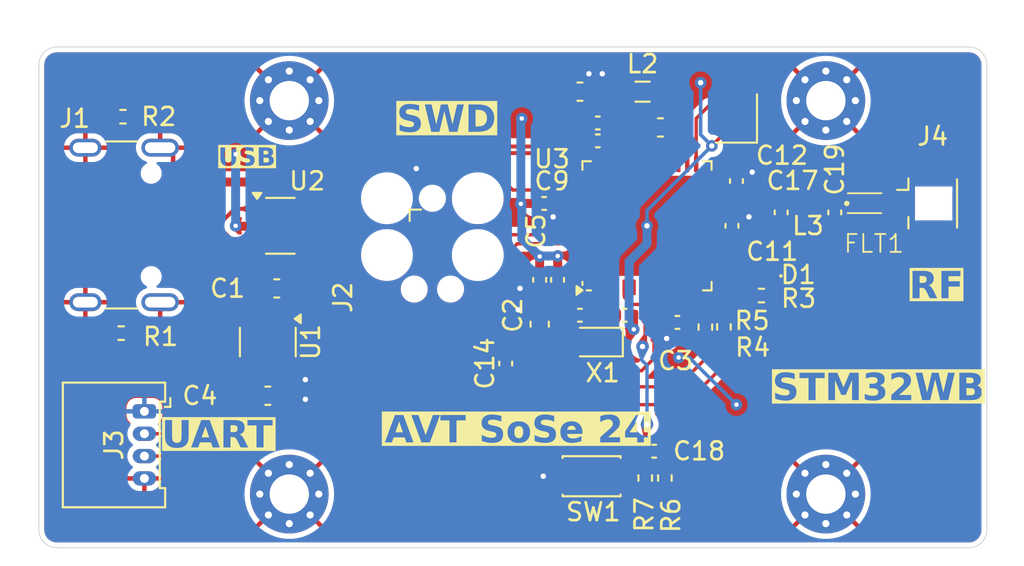
<source format=kicad_pcb>
(kicad_pcb (version 20240108) (generator "pcbnew") (generator_version "8.0")
  (layers (0 "F.Cu" signal) (31 "B.Cu" signal) (34 "B.Paste" user) (35 "F.Paste" user) (36 "B.SilkS" user "B.Silkscreen") (37 "F.SilkS" user "F.Silkscreen") (38 "B.Mask" user) (39 "F.Mask" user) (44 "Edge.Cuts" user))
  (net 0 "")
  (net 1 "+5V")
  (net 2 "GND")
  (net 3 "+3V3")
  (net 4 "/LSE_OUT")
  (net 5 "/SWD_NRST")
  (net 6 "/LSE_IN")
  (net 7 "/SMPSFB")
  (net 8 "/RF")
  (net 9 "/BOOT0")
  (net 10 "/RF_MATCH")
  (net 11 "/LED_A")
  (net 12 "/LED_K")
  (net 13 "/USBC_D+")
  (net 14 "/CC2")
  (net 16 "/USBC_D-")
  (net 17 "/CC1")
  (net 19 "/SWDIO")
  (net 20 "/UART_TXC")
  (net 21 "/UART_RXC")
  (net 22 "/RF_ANT")
  (net 23 "/SMPSLX")
  (net 24 "/SMPSLXL")
  (net 25 "/UART_TX")
  (net 26 "/UART_RX")
  (net 27 "Net-(R7-Pad2)")
  (net 29 "/USB_D+")
  (net 30 "/USB_D-")
  (net 43 "/HSE_OUT")
  (net 50 "/HSE_IN")
  (net 54 "/SWD_SWO")
  (net 55 "/SWDCLK")
  (footprint "LED_SMD:LED_0402_1005Metric" (layer "F.Cu") (at 76.4 72.8 180)
    (property "Reference" "D1")
    (property "Value" "LED")
  )
  (footprint "MountingHole:MountingHole_2.2mm_M2_Pad_Via" (layer "F.Cu") (at 50 85)
    (property "Reference" "H4" (hide yes))
    (property "Value" "MountingHole_Pad")
  )
  (footprint "MountingHole:MountingHole_2.2mm_M2_Pad_Via" (layer "F.Cu") (at 50 63)
    (property "Reference" "H1" (hide yes))
    (property "Value" "MountingHole_Pad")
  )
  (footprint "Capacitor_SMD:C_0603_1608Metric" (layer "F.Cu") (at 70.75 64.5)
    (property "Reference" "C16" (hide yes))
    (property "Value" "4u7")
  )
  (footprint "Crystal:Crystal_SMD_2016-4Pin_2.0x1.6mm" (layer "F.Cu") (at 75 64 90)
    (property "Reference" "X2" (hide yes))
    (property "Value" "32MHz")
  )
  (footprint "Capacitor_SMD:C_0402_1005Metric" (layer "F.Cu") (at 64 73.02 90)
    (property "Reference" "C5")
    (property "Value" "100n")
  )
  (footprint "Connector:Tag-Connect_TC2030-IDC-FP_2x03_P1.27mm_Vertical" (layer "F.Cu") (at 58 71 -90)
    (property "Reference" "J2")
    (property "Value" "Conn_ARM_SWD_TagConnect_TC2030")
  )
  (footprint "Capacitor_SMD:C_0402_1005Metric" (layer "F.Cu") (at 70.4 82.6)
    (property "Reference" "C18")
    (property "Value" "100n")
  )
  (footprint "Resistor_SMD:R_0402_1005Metric" (layer "F.Cu") (at 73.263353 75.663799 90)
    (property "Reference" "R4")
    (property "Value" "220R")
  )
  (footprint "Capacitor_SMD:C_0402_1005Metric" (layer "F.Cu") (at 74.75 70 -90)
    (property "Reference" "C11")
    (property "Value" "100n")
  )
  (footprint "Resistor_SMD:R_0402_1005Metric" (layer "F.Cu") (at 76.4 73.9)
    (property "Reference" "R3")
    (property "Value" "220R")
  )
  (footprint "Capacitor_SMD:C_0402_1005Metric" (layer "F.Cu") (at 68.75 75)
    (property "Reference" "C13" (hide yes))
    (property "Value" "10p")
  )
  (footprint "Resistor_SMD:R_0402_1005Metric" (layer "F.Cu") (at 71 84.1 -90)
    (property "Reference" "R6")
    (property "Value" "5k1")
  )
  (footprint "Capacitor_SMD:C_0402_1005Metric" (layer "F.Cu") (at 62.1 77.7 90)
    (property "Reference" "C14")
    (property "Value" "100n")
  )
  (footprint "Capacitor_SMD:C_0603_1608Metric" (layer "F.Cu") (at 66.25 62.5 180)
    (property "Reference" "C8" (hide yes))
    (property "Value" "4u7")
  )
  (footprint "Fiducial:Fiducial_1mm_Mask2mm" (layer "F.Cu") (at 85 85)
    (property "Reference" "FM3" (hide yes))
    (property "Value" "Fiducial")
  )
  (footprint "Resistor_SMD:R_0402_1005Metric" (layer "F.Cu") (at 40.6 76 180)
    (property "Reference" "R1")
    (property "Value" "5k1")
  )
  (footprint "Resistor_SMD:R_0402_1005Metric" (layer "F.Cu") (at 74.3 75.65 90)
    (property "Reference" "R5")
    (property "Value" "220R")
  )
  (footprint "Capacitor_SMD:C_0603_1608Metric" (layer "F.Cu") (at 64 75.5 -90)
    (property "Reference" "C2")
    (property "Value" "4u7")
  )
  (footprint "Capacitor_SMD:C_0402_1005Metric" (layer "F.Cu") (at 67.25 64.25 180)
    (property "Reference" "C7" (hide yes))
    (property "Value" "100n")
  )
  (footprint "Capacitor_SMD:C_0603_1608Metric" (layer "F.Cu") (at 49.3 73.5 180)
    (property "Reference" "C1")
    (property "Value" "4u7")
  )
  (footprint "MountingHole:MountingHole_2.2mm_M2_Pad_Via" (layer "F.Cu") (at 80 85)
    (property "Reference" "H3" (hide yes))
    (property "Value" "MountingHole_Pad")
  )
  (footprint "Connector_Coaxial:U.FL_Hirose_U.FL-R-SMT-1_Vertical" (layer "F.Cu") (at 85.5 68.75)
    (property "Reference" "J4")
    (property "Value" "Conn_Coaxial")
  )
  (footprint "Inductor_SMD:L_0805_2012Metric" (layer "F.Cu") (at 69.75 62.5)
    (property "Reference" "L2")
    (property "Value" "10u")
  )
  (footprint "Capacitor_SMD:C_0402_1005Metric" (layer "F.Cu") (at 66.25 75 180)
    (property "Reference" "C15" (hide yes))
    (property "Value" "10p")
  )
  (footprint "Inductor_SMD:L_0402_1005Metric" (layer "F.Cu") (at 68.75 64.5 90)
    (property "Reference" "L1" (hide yes))
    (property "Value" "10n")
  )
  (footprint "Capacitor_SMD:C_0402_1005Metric" (layer "F.Cu") (at 75 67.5 -90)
    (property "Reference" "C12")
    (property "Value" "100n")
  )
  (footprint "Connector_Molex:Molex_PicoBlade_53048-0410_1x04_P1.25mm_Horizontal" (layer "F.Cu") (at 41.9 80.375 -90)
    (property "Reference" "J3")
    (property "Value" "Conn_01x04")
  )
  (footprint "Capacitor_SMD:C_0402_1005Metric" (layer "F.Cu") (at 64.25 68.75 180)
    (property "Reference" "C9")
    (property "Value" "100n")
  )
  (footprint "Button_Switch_SMD:SW_SPST_CK_KXT3" (layer "F.Cu") (at 66.9 84 180)
    (property "Reference" "SW1")
    (property "Value" "SW_Push")
  )
  (footprint "Connector_USB:USB_C_Receptacle_GCT_USB4105-xx-A_16P_TopMnt_Horizontal" (layer "F.Cu") (at 39.6748 69.9516 -90)
    (property "Reference" "J1")
    (property "Value" "USB_C_Receptacle_USB2.0_16P")
  )
  (footprint "Resistor_SMD:R_0402_1005Metric" (layer "F.Cu") (at 69.9 84.1 -90)
    (property "Reference" "R7")
    (property "Value" "220R")
  )
  (footprint "Capacitor_SMD:C_0402_1005Metric" (layer "F.Cu") (at 65 73.02 90)
    (property "Reference" "C6" (hide yes))
    (property "Value" "100n")
  )
  (footprint "Resistor_SMD:R_0402_1005Metric" (layer "F.Cu") (at 40.7 63.9 180)
    (property "Reference" "R2")
    (property "Value" "5k1")
  )
  (footprint "Package_TO_SOT_SMD:SOT-23-6" (layer "F.Cu") (at 49.5 70)
    (property "Reference" "U2")
    (property "Value" "USBLC6-2SC6")
  )
  (footprint "BluephilDemo_footprint_lib:DLF162500LT" (layer "F.Cu") (at 82.25 68.75)
    (property "Reference" "FLT1")
    (property "Value" "DLF162500LT")
  )
  (footprint "Capacitor_SMD:C_0402_1005Metric" (layer "F.Cu") (at 67.25 65.25 180)
    (property "Reference" "C10" (hide yes))
    (property "Value" "100n")
  )
  (footprint "Fiducial:Fiducial_1mm_Mask2mm" (layer "F.Cu") (at 39 62)
    (property "Reference" "FM1" (hide yes))
    (property "Value" "Fiducial")
  )
  (footprint "Capacitor_SMD:C_0402_1005Metric" (layer "F.Cu") (at 77.5 69.25 -90)
    (property "Reference" "C17")
    (property "Value" "0p8")
  )
  (footprint "Capacitor_SMD:C_0402_1005Metric" (layer "F.Cu") (at 80.5 69.25 -90)
    (property "Reference" "C19")
    (property "Value" "0p3")
  )
  (footprint "Inductor_SMD:L_0402_1005Metric" (layer "F.Cu") (at 79 68.75)
    (property "Reference" "L3")
    (property "Value" "2n7")
  )
  (footprint "MountingHole:MountingHole_2.2mm_M2_Pad_Via" (layer "F.Cu") (at 80 63)
    (property "Reference" "H2" (hide yes))
    (property "Value" "MountingHole_Pad")
  )
  (footprint "Fiducial:Fiducial_1mm_Mask2mm" (layer "F.Cu") (at 85 63)
    (property "Reference" "FM2" (hide yes))
    (property "Value" "Fiducial")
  )
  (footprint "Capacitor_SMD:C_0603_1608Metric" (layer "F.Cu") (at 48.8 79.5 180)
    (property "Reference" "C4")
    (property "Value" "4u7")
  )
  (footprint "Package_DFN_QFN:QFN-48-1EP_7x7mm_P0.5mm_EP5.6x5.6mm" (layer "F.Cu") (at 70 70 90)
    (property "Reference" "U3")
    (property "Value" "STM32WB55CEU6")
  )
  (footprint "Capacitor_SMD:C_0402_1005Metric" (layer "F.Cu") (at 71.7 75.4)
    (property "Reference" "C3")
    (property "Value" "100n")
  )
  (footprint "Crystal:Crystal_SMD_2012-2Pin_2.0x1.2mm" (layer "F.Cu") (at 67.45 76.5 180)
    (property "Reference" "X1")
    (property "Value" "32kHz768")
  )
  (footprint "Package_TO_SOT_SMD:SOT-23-5" (layer "F.Cu") (at 48.8 76.5 -90)
    (property "Reference" "U1")
    (property "Value" "MIC5365-3.3YD5")
  )
  (gr_line (start 36 87) (end 36 61) (stroke (width 0.05)) (layer "Edge.Cuts"))
  (gr_arc (start 89 87) (mid 88.707107 87.707107) (end 88 88) (stroke (width 0.05)) (layer "Edge.Cuts"))
  (gr_line (start 89 82) (end 89 87) (stroke (width 0.05)) (layer "Edge.Cuts"))
  (gr_line (start 70 60) (end 88 60) (stroke (width 0.05)) (layer "Edge.Cuts"))
  (gr_line (start 89 61) (end 89 82) (stroke (width 0.05)) (layer "Edge.Cuts"))
  (gr_arc (start 37 88) (mid 36.292893 87.707107) (end 36 87) (stroke (width 0.05)) (layer "Edge.Cuts"))
  (gr_line (start 88 88) (end 37 88) (stroke (width 0.05)) (layer "Edge.Cuts"))
  (gr_arc (start 36 61) (mid 36.292893 60.292893) (end 37 60) (stroke (width 0.05)) (layer "Edge.Cuts"))
  (gr_arc (start 88 60) (mid 88.707107 60.292893) (end 89 61) (stroke (width 0.05)) (layer "Edge.Cuts"))
  (gr_line (start 37 60) (end 70 60) (stroke (width 0.05)) (layer "Edge.Cuts"))
  (gr_text "AVT SoSe 24" (at 55.330914 82.364893 0) (layer "F.SilkS" knockout) (effects (font (size 1.5 1.5) (thickness 0.3) (bold yes)) (justify left bottom)))
  (gr_text "SWD" (at 56 65 0) (layer "F.SilkS" knockout) (effects (font (size 1.5 1.5) (thickness 0.3) (bold yes)) (justify left bottom)))
  (gr_text "RF" (at 84.653345 74.303322 0) (layer "F.SilkS" knockout) (effects (font (size 1.5 1.5) (thickness 0.3) (bold yes)) (justify left bottom)))
  (gr_text "STM32WB" (at 77 80 0) (layer "F.SilkS" knockout) (effects (font (size 1.5 1.5) (thickness 0.3) (bold yes)) (justify left bottom)))
  (gr_text "USB" (at 46.023239 66.808674 0) (layer "F.SilkS" knockout) (effects (font (size 1 1) (thickness 0.25) (bold yes)) (justify left bottom)))
  (gr_text "UART" (at 42.861333 82.645882 0) (layer "F.SilkS" knockout) (effects (font (size 1.5 1.5) (thickness 0.3) (bold yes)) (justify left bottom)))
  (segment (start 49.7516 72.3516) (end 50.075 72.675) (width 0.5) (layer "F.Cu") (net 1))
  (segment (start 50.075 73.5) (end 50.075 74.125) (width 0.5) (layer "F.Cu") (net 1))
  (segment (start 49.5 72.3516) (end 49.7516 72.3516) (width 0.5) (layer "F.Cu") (net 1))
  (segment (start 49.0516 67.5516) (end 49.5 68) (width 0.5) (layer "F.Cu") (net 1))
  (segment (start 47.85 75.3625) (end 47.85 74.65) (width 0.2) (layer "F.Cu") (net 1))
  (segment (start 49.5 70) (end 50.6375 70) (width 0.5) (layer "F.Cu") (net 1))
  (segment (start 49.5 68) (end 49.5 70) (width 0.5) (layer "F.Cu") (net 1))
  (segment (start 50.075 72.675) (end 50.075 73.5) (width 0.5) (layer "F.Cu") (net 1))
  (segment (start 43.3548 67.5516) (end 49.0516 67.5516) (width 0.5) (layer "F.Cu") (net 1))
  (segment (start 48.1 74.4) (end 49.7 74.4) (width 0.2) (layer "F.Cu") (net 1))
  (segment (start 43.3548 72.3516) (end 49.5 72.3516) (width 0.5) (layer "F.Cu") (net 1))
  (segment (start 49.75 74.45) (end 49.75 75.3625) (width 0.5) (layer "F.Cu") (net 1))
  (segment (start 47.85 74.65) (end 48.1 74.4) (width 0.2) (layer "F.Cu") (net 1))
  (segment (start 50.075 74.125) (end 49.75 74.45) (width 0.5) (layer "F.Cu") (net 1))
  (segment (start 49.5 70) (end 49.5 72.3516) (width 0.5) (layer "F.Cu") (net 1))
  (segment (start 49.7 74.4) (end 49.75 74.45) (width 0.2) (layer "F.Cu") (net 1))
  (segment (start 82.25 68.5225) (end 82.25 67.441516) (width 0.45) (layer "F.Cu") (net 2))
  (segment (start 69.25 75.779821) (end 69.25 75.1175) (width 0.5) (layer "F.Cu") (net 2))
  (segment (start 65.9425 65.25) (end 66.7075 65.25) (width 0.5) (layer "F.Cu") (net 2))
  (segment (start 82.25 69.988323) (end 82.255438 69.993761) (width 0.45) (layer "F.Cu") (net 2))
  (segment (start 48.525 73.5) (end 47.5 73.5) (width 0.6) (layer "F.Cu") (net 2))
  (segment (start 47.3 70.025) (end 48.04 70.025) (width 0.5) (layer "F.Cu") (net 2))
  (segment (start 65.010015 71.686546) (end 65 72.5075) (width 0.5) (layer "F.Cu") (net 2))
  (segment (start 72.422285 62.577715) (end 72.422285 63.602715) (width 0.2) (layer "F.Cu") (net 2))
  (segment (start 77.5 70.5325) (end 77.5 69.7675) (width 0.5) (layer "F.Cu") (net 2))
  (segment (start 74.45 64.7) (end 74.45 64.703676) (width 0.2) (layer "F.Cu") (net 2))
  (segment (start 58 72.905) (end 58 73.2) (width 0.19) (layer "F.Cu") (net 2))
  (segment (start 69.25 75.802241) (end 69.26121 75.791031) (width 0.5) (layer "F.Cu") (net 2))
  (segment (start 70.875 81.825) (end 70.875 82.59) (width 0.5) (layer "F.Cu") (net 2))
  (segment (start 69.25 66.5625) (end 69.25 69.25) (width 0.25) (layer "F.Cu") (net 2))
  (segment (start 63.019691 68.75) (end 63.77 68.75) (width 0.5) (layer "F.Cu") (net 2))
  (segment (start 47.25 70.025) (end 47 70) (width 0.5) (layer "F.Cu") (net 2))
  (segment (start 44.1516 73.1516) (end 45 74) (width 0.25) (layer "F.Cu") (net 2))
  (segment (start 75.0675 73.9) (end 75.8325 73.9) (width 0.5) (layer "F.Cu") (net 2))
  (segment (start 48.025 79.5) (end 47 79.5) (width 0.6) (layer "F.Cu") (net 2))
  (segment (start 63 68.75) (end 62.980309 68.75) (width 0.5) (layer "F.Cu") (net 2))
  (segment (start 64 71.775) (end 63.999999 71.712667) (width 0.5) (layer "F.Cu") (net 2))
  (segment (start 74.27 68.25) (end 74.54 67.98) (width 0.25) (layer "F.Cu") (net 2))
  (segment (start 80.5 70.5325) (end 80.5 69.7675) (width 0.5) (layer "F.Cu") (net 2))
  (segment (start 44.2484 66.7516) (end 45 66) (width 0.25) (layer "F.Cu") (net 2))
  (segment (start 39.325 76) (end 40.09 76) (width 0.5) (layer "F.Cu") (net 2))
  (segment (start 73 62) (end 72.422285 62.577715) (width 0.2) (layer "F.Cu") (net 2))
  (segment (start 69.25 75.8825) (end 69.25 75.802241) (width 0.5) (layer "F.Cu") (net 2))
  (segment (start 72.2 76.2) (end 72.2 75.435) (width 0.5) (layer "F.Cu") (net 2))
  (segment (start 75.6325 70.475) (end 74.8675 70.475) (width 0.5) (layer "F.Cu") (net 2))
  (segment (start 48.8 76.6) (end 48.8 75.3625) (width 0.6) (layer "F.Cu") (net 2))
  (segment (start 73.4375 68.25) (end 74.27 68.25) (width 0.25) (layer "F.Cu") (net 2))
  (segment (start 47 70) (end 47.3 70.025) (width 0.5) (layer "F.Cu") (net 2))
  (segment (start 69.25 69.25) (end 70 70) (width 0.25) (layer "F.Cu") (net 2))
  (segment (start 75.8575 68) (end 75.0925 68) (width 0.5) (layer "F.Cu") (net 2))
  (segment (start 74.45 64.703676) (end 73.623856 65.52982) (width 0.2) (layer "F.Cu") (net 2))
  (segment (start 47.275 70.025) (end 47.25 70.025) (width 0.5) (layer "F.Cu") (net 2))
  (segment (start 69.26121 75.791031) (end 69.25 75.779821) (width 0.5) (layer "F.Cu") (net 2))
  (segment (start 72.422285 63.602715) (end 71.525 64.5) (width 0.2) (layer "F.Cu") (net 2))
  (segment (start 39.425 63.9) (end 40.19 63.9) (width 0.5) (layer "F.Cu") (net 2))
  (segment (start 63.999999 71.712667) (end 64 72.54) (width 0.5) (layer "F.Cu") (net 2))
  (segment (start 65.75 75.8825) (end 65.75 75.1175) (width 0.5) (layer "F.Cu") (net 2))
  (segment (start 65 71.7425) (end 65.010015 71.686546) (width 0.5) (layer "F.Cu") (net 2))
  (segment (start 58 73.2) (end 58 74.9) (width 0.19) (layer "F.Cu") (net 2))
  (segment (start 65.9425 64.25) (end 66.7075 64.25) (width 0.5) (layer "F.Cu") (net 2))
  (segment (start 62.1 76.4) (end 62.1 77.165) (width 0.5) (layer "F.Cu") (net 2))
  (segment (start 82.25 68.9775) (end 82.25 69.988323) (width 0.45) (layer "F.Cu") (net 2))
  (segment (start 43.3548 73.1516) (end 44.1516 73.1516) (width 0.25) (layer "F.Cu") (net 2))
  (segment (start 62.946449 68.769691) (end 63.019691 68.75) (width 0.5) (layer "F.Cu") (net 2))
  (segment (start 62.980309 68.75) (end 62.946449 68.769691) (width 0.5) (layer "F.Cu") (net 2))
  (segment (start 74.54 67.98) (end 75 67.98) (width 0.25) (layer "F.Cu") (net 2))
  (segment (start 82.25 67.441516) (end 82.248182 67.439698) (width 0.5) (layer "F.Cu") (net 2))
  (segment (start 43.3548 66.7516) (end 44.2484 66.7516) (width 0.25) (layer "F.Cu") (net 2))
  (segment (start 57.365 72.27) (end 58 72.905) (width 0.19) (layer "F.Cu") (net 2))
  (via (at 47 66) (size 0.65) (drill 0.25) (layers "F.Cu" "B.Cu") (net 2))
  (via (at 63.999999 71.712667) (size 0.65) (drill 0.25) (layers "F.Cu" "B.Cu") (net 2))
  (via (at 62.946449 68.769691) (size 0.65) (drill 0.25) (layers "F.Cu" "B.Cu") (net 2))
  (via (at 75 80) (size 0.65) (drill 0.25) (layers "F.Cu" "B.Cu") (net 2))
  (via (at 65.010015 71.686546) (size 0.65) (drill 0.25) (layers "F.Cu" "B.Cu") (net 2))
  (via (at 70 70) (size 0.65) (drill 0.3) (layers "F.Cu" "B.Cu") (net 2))
  (via (at 73.623856 65.52982) (size 0.65) (drill 0.3) (layers "F.Cu" "B.Cu") (net 2))
  (via (at 63 64) (size 0.65) (drill 0.25) (layers "F.Cu" "B.Cu") (net 2))
  (via (at 69.26121 75.791031) (size 0.65) (drill 0.25) (layers "F.Cu" "B.Cu") (net 2))
  (via (at 71.767333 77.361098) (size 0.65) (drill 0.25) (layers "F.Cu" "B.Cu") (net 2))
  (via (at 73 62) (size 0.65) (drill 0.3) (layers "F.Cu" "B.Cu") (net 2))
  (via (at 47 70) (size 0.65) (drill 0.25) (layers "F.Cu" "B.Cu") (net 2))
  (segment (start 69.26121 75.791031) (end 69 75.529821) (width 0.5) (layer "B.Cu") (net 2))
  (segment (start 63 68.823242) (end 62.946449 68.769691) (width 0.5) (layer "B.Cu") (net 2))
  (segment (start 73.623856 65.52982) (end 73 64.905964) (width 0.2) (layer "B.Cu") (net 2))
  (segment (start 69 72) (end 70 71) (width 0.5) (layer "B.Cu") (net 2))
  (segment (start 62.946449 64.053551) (end 63 64) (width 0.5) (layer "B.Cu") (net 2))
  (segment (start 63.999999 71.712667) (end 63 70.712668) (width 0.5) (layer "B.Cu") (net 2))
  (segment (start 75 80) (end 72.361098 77.361098) (width 0.2) (layer "B.Cu") (net 2))
  (segment (start 64.02612 71.686546) (end 63.999999 71.712667) (width 0.5) (layer "B.Cu") (net 2))
  (segment (start 73 64.905964) (end 73 62) (width 0.2) (layer "B.Cu") (net 2))
  (segment (start 65.010015 71.686546) (end 64.02612 71.686546) (width 0.5) (layer "B.Cu") (net 2))
  (segment (start 62.946449 68.769691) (end 62.946449 64.053551) (width 0.5) (layer "B.Cu") (net 2))
  (segment (start 63 70.712668) (end 63 68.823242) (width 0.5) (layer "B.Cu") (net 2))
  (segment (start 70 69.153676) (end 70 70) (width 0.2) (layer "B.Cu") (net 2))
  (segment (start 72.361098 77.361098) (end 71.767333 77.361098) (width 0.2) (layer "B.Cu") (net 2))
  (segment (start 47 70) (end 47 66) (width 0.5) (layer "B.Cu") (net 2))
  (segment (start 70 71) (end 70 70) (width 0.5) (layer "B.Cu") (net 2))
  (segment (start 69 75.529821) (end 69 72) (width 0.5) (layer "B.Cu") (net 2))
  (segment (start 73.623856 65.52982) (end 70 69.153676) (width 0.2) (layer "B.Cu") (net 2))
  (segment (start 70.75 74.15) (end 70.8 74.2) (width 0.25) (layer "F.Cu") (net 3))
  (segment (start 67.73 63.83) (end 67.025 63.125) (width 0.5) (layer "F.Cu") (net 3))
  (segment (start 73.4375 67.75) (end 74.133604 67.75) (width 0.25) (layer "F.Cu") (net 3))
  (segment (start 66.5625 68.75) (end 65.722389 68.75) (width 0.25) (layer "F.Cu") (net 3))
  (segment (start 57.1 69.465) (end 57.365 69.73) (width 0.19) (layer "F.Cu") (net 3))
  (segment (start 70.8 74.2) (end 71.22 74.62) (width 0.3) (layer "F.Cu") (net 3))
  (segment (start 67.73 65.25) (end 67.73 64.25) (width 0.5) (layer "F.Cu") (net 3))
  (segment (start 70.75 73.4375) (end 70.75 74.15) (width 0.25) (layer "F.Cu") (net 3))
  (segment (start 67.746319 65.794021) (end 67.73 65.777702) (width 0.5) (layer "F.Cu") (net 3))
  (segment (start 75.68 69.52) (end 75.7 69.5) (width 0.25) (layer "F.Cu") (net 3))
  (segment (start 64.75 69.5) (end 64.75 68.735) (width 0.5) (layer "F.Cu") (net 3))
  (segment (start 67.025 63.125) (end 67.025 62.5) (width 0.5) (layer "F.Cu") (net 3))
  (segment (start 67.73 64.25) (end 67.73 63.83) (width 0.5) (layer "F.Cu") (net 3))
  (segment (start 64.2 84) (end 65.275 84) (width 0.5) (layer "F.Cu") (net 3))
  (segment (start 74.75 69.52) (end 75.68 69.52) (width 0.25) (layer "F.Cu") (net 3))
  (segment (start 67.75 66.5625) (end 67.75 65.797702) (width 0.25) (layer "F.Cu") (net 3))
  (segment (start 65.717791 68.75) (end 64.73 68.75) (width 0.3) (layer "F.Cu") (net 3))
  (segment (start 71.22 76.18) (end 71.1 76.3) (width 0.5) (layer "F.Cu") (net 3))
  (segment (start 71.22 75.4) (end 71.22 76.18) (width 0.5) (layer "F.Cu") (net 3))
  (segment (start 75.8825 67) (end 75.1175 67) (width 0.5) (layer "F.Cu") (net 3))
  (segment (start 65.722389 68.75) (end 65.72009 68.747701) (width 0.25) (layer "F.Cu") (net 3))
  (segment (start 62.825 74.725) (end 62.8 74.7) (width 0.5) (layer "F.Cu") (net 3))
  (segment (start 67.73 65.777702) (end 67.73 65.25) (width 0.5) (layer "F.Cu") (net 3))
  (segment (start 73.4375 69.25) (end 74.05 69.25) (width 0.25) (layer "F.Cu") (net 3))
  (segment (start 74.133604 67.75) (end 74.863604 67.02) (width 0.25) (layer "F.Cu") (net 3))
  (segment (start 71.22 74.62) (end 71.22 75.4) (width 0.3) (layer "F.Cu") (net 3))
  (segment (start 74.05 69.25) (end 74.32 69.52) (width 0.25) (layer "F.Cu") (net 3))
  (segment (start 57.1 66.8) (end 57.1 69.465) (width 0.19) (layer "F.Cu") (net 3))
  (segment (start 65.72009 68.747701) (end 65.717791 68.75) (width 0.3) (layer "F.Cu") (net 3))
  (segment (start 68.25 66.5625) (end 67.75 66.5625) (width 0.25) (layer "F.Cu") (net 3))
  (segment (start 74.863604 67.02) (end 75 67.02) (width 0.25) (layer "F.Cu") (net 3))
  (segment (start 67.75 65.797702) (end 67.746319 65.794021) (width 0.25) (layer "F.Cu") (net 3))
  (segment (start 74.32 69.52) (end 74.75 69.52) (width 0.25) (layer "F.Cu") (net 3))
  (via (at 75.7 69.5) (size 0.7) (drill 0.3) (layers "F.Cu" "B.Cu") (net 3))
  (via (at 67.5 61.5) (size 0.7) (drill 0.3) (layers "F.Cu" "B.Cu") (net 3))
  (via (at 50.9 78.6) (size 0.7) (drill 0.3) (layers "F.Cu" "B.Cu") (net 3))
  (via (at 50.9 79.7) (size 0.7) (drill 0.3) (layers "F.Cu" "B.Cu") (net 3))
  (via (at 66.75 61.5) (size 0.7) (drill 0.3) (layers "F.Cu" "B.Cu") (net 3))
  (via (at 62.9 73.5) (size 0.7) (drill 0.3) (layers "F.Cu" "B.Cu") (net 3))
  (via (at 75.8825 67) (size 0.7) (drill 0.3) (layers "F.Cu" "B.Cu") (net 3))
  (via (at 64.75 69.5) (size 0.7) (drill 0.3) (layers "F.Cu" "B.Cu") (net 3))
  (via (at 64.2 84) (size 0.7) (drill 0.3) (layers "F.Cu" "B.Cu") (net 3))
  (via (at 57.1 66.8) (size 0.7) (drill 0.3) (layers "F.Cu" "B.Cu") (net 3))
  (via (at 62.8 74.7) (size 0.7) (drill 0.3) (layers "F.Cu" "B.Cu") (net 3))
  (via (at 71.1 76.3) (size 0.7) (drill 0.3) (layers "F.Cu" "B.Cu") (net 3))
  (segment (start 68.27 76.38) (end 68.15 76.5) (width 0.19) (layer "F.Cu") (net 4))
  (segment (start 68.27 75) (end 68.27 76.38) (width 0.19) (layer "F.Cu") (net 4))
  (segment (start 68.25 73.4375) (end 68.25 74.98) (width 0.19) (layer "F.Cu") (net 4))
  (segment (start 68.25 74.98) (end 68.27 75) (width 0.19) (layer "F.Cu") (net 4))
  (segment (start 70.3 74.248456) (end 70.3 76.387832) (width 0.19) (layer "F.Cu") (net 5))
  (segment (start 54.600228 70.039597) (end 56.404597 70.039597) (width 0.19) (layer "F.Cu") (net 5))
  (segment (start 62.1 78.18) (end 54.48 78.18) (width 0.19) (layer "F.Cu") (net 5))
  (segment (start 70.25 74.198456) (end 70.3 74.248456) (width 0.19) (layer "F.Cu") (net 5))
  (segment (start 56.404597 70.039597) (end 57.365 71) (width 0.19) (layer "F.Cu") (net 5))
  (segment (start 70.25 73.4375) (end 70.25 74.198456) (width 0.19) (layer "F.Cu") (net 5))
  (segment (start 70.3 76.387832) (end 70.395 76.482832) (width 0.19) (layer "F.Cu") (net 5))
  (segment (start 53.4 77.1) (end 53.4 71.239825) (width 0.19) (layer "F.Cu") (net 5))
  (segment (start 70.395 77.405) (end 69.7 78.1) (width 0.19) (layer "F.Cu") (net 5))
  (segment (start 70.395 76.482832) (end 70.395 77.405) (width 0.19) (layer "F.Cu") (net 5))
  (segment (start 69.7 78.1) (end 62.18 78.1) (width 0.19) (layer "F.Cu") (net 5))
  (segment (start 62.18 78.1) (end 62.1 78.18) (width 0.19) (layer "F.Cu") (net 5))
  (segment (start 54.48 78.18) (end 53.4 77.1) (width 0.19) (layer "F.Cu") (net 5))
  (segment (start 53.4 71.239825) (end 54.600228 70.039597) (width 0.19) (layer "F.Cu") (net 5))
  (segment (start 67.75 74.5) (end 67.75 73.4375) (width 0.19) (layer "F.Cu") (net 6))
  (segment (start 66.73 75) (end 67.25 75) (width 0.19) (layer "F.Cu") (net 6))
  (segment (start 66.75 76.5) (end 66.75 75.02) (width 0.19) (layer "F.Cu") (net 6))
  (segment (start 66.75 75.02) (end 66.73 75) (width 0.19) (layer "F.Cu") (net 6))
  (segment (start 67.25 75) (end 67.75 74.5) (width 0.19) (layer "F.Cu") (net 6))
  (segment (start 73.4375 68.75) (end 77.48 68.75) (width 0.19) (layer "F.Cu") (net 8))
  (segment (start 77.48 68.75) (end 77.5 68.77) (width 0.19) (layer "F.Cu") (net 8))
  (segment (start 78.495 68.77) (end 78.515 68.75) (width 0.19) (layer "F.Cu") (net 8))
  (segment (start 77.5 68.77) (end 78.495 68.77) (width 0.19) (layer "F.Cu") (net 8))
  (segment (start 68.75 74) (end 68.75 73.4375) (width 0.19) (layer "F.Cu") (net 9))
  (segment (start 69.9 83.59) (end 69.9 82.62) (width 0.19) (layer "F.Cu") (net 9))
  (segment (start 69.9 82.58) (end 69.92 82.6) (width 0.19) (layer "F.Cu") (net 9))
  (segment (start 69.805 74.605) (end 69.595 74.395) (width 0.19) (layer "F.Cu") (net 9))
  (segment (start 69.895 75.444064) (end 69.805 75.354064) (width 0.19) (layer "F.Cu") (net 9))
  (segment (start 69.895 76.605) (end 69.895 75.444064) (width 0.19) (layer "F.Cu") (net 9))
  (segment (start 69.75 76.75) (end 69.895 76.605) (width 0.19) (layer "F.Cu") (net 9))
  (segment (start 69.805 75.354064) (end 69.805 74.605) (width 0.19) (layer "F.Cu") (net 9))
  (segment (start 69.9 82.62) (end 69.92 82.6) (width 0.19) (layer "F.Cu") (net 9))
  (segment (start 69.9 81.1) (end 69.9 82.58) (width 0.19) (layer "F.Cu") (net 9))
  (segment (start 69.145 74.395) (end 68.75 74) (width 0.19) (layer "F.Cu") (net 9))
  (segment (start 69.595 74.395) (end 69.145 74.395) (width 0.19) (layer "F.Cu") (net 9))
  (segment (start 69.9 83.59) (end 71 83.59) (width 0.19) (layer "F.Cu") (net 9))
  (via (at 70 81.1) (size 0.7) (drill 0.3) (layers "F.Cu" "B.Cu") (net 9))
  (via (at 69.75 76.75) (size 0.7) (drill 0.3) (layers "F.Cu" "B.Cu") (net 9))
  (segment (start 70 77.8) (end 70 81.1) (width 0.19) (layer "B.Cu") (net 9))
  (segment (start 69.7 77.5) (end 70 77.8) (width 0.19) (layer "B.Cu") (net 9))
  (segment (start 69.7 76.8) (end 69.7 77.5) (width 0.19) (layer "B.Cu") (net 9))
  (segment (start 69.75 76.75) (end 69.7 76.8) (width 0.19) (layer "B.Cu") (net 9))
  (segment (start 79.485 68.75) (end 80.48 68.75) (width 0.19) (layer "F.Cu") (net 10))
  (segment (start 80.48 68.75) (end 80.5 68.77) (width 0.19) (layer "F.Cu") (net 10))
  (segment (start 80.5 68.77) (end 81.6175 68.77) (width 0.19) (layer "F.Cu") (net 10))
  (segment (start 81.6175 68.77) (end 81.6375 68.75) (width 0.19) (layer "F.Cu") (net 10))
  (segment (start 74.45 71.25) (end 74.8 71.6) (width 0.19) (layer "F.Cu") (net 11))
  (segment (start 74.8 72.4) (end 75.2 72.8) (width 0.19) (layer "F.Cu") (net 11))
  (segment (start 73.4375 71.25) (end 74.45 71.25) (width 0.19) (layer "F.Cu") (net 11))
  (segment (start 75.2 72.8) (end 75.915 72.8) (width 0.19) (layer "F.Cu") (net 11))
  (segment (start 74.8 71.6) (end 74.8 72.4) (width 0.19) (layer "F.Cu") (net 11))
  (segment (start 76.91 73.9) (end 76.91 72.825) (width 0.19) (layer "F.Cu") (net 12))
  (segment (start 76.91 72.825) (end 76.885 72.8) (width 0.19) (layer "F.Cu") (net 12))
  (segment (start 48.3625 70.95) (end 46.95 70.95) (width 0.22) (layer "F.Cu") (net 13))
  (segment (start 46.185 70.185) (end 44.685 70.185) (width 0.22) (layer "F.Cu") (net 13))
  (segment (start 43.3548 70.7016) (end 44.1684 70.7016) (width 0.22) (layer "F.Cu") (net 13))
  (segment (start 44.685 70.185) (end 44.2016 69.7016) (width 0.22) (layer "F.Cu") (net 13))
  (segment (start 46.95 70.95) (end 46.185 70.185) (width 0.22) (layer "F.Cu") (net 13))
  (segment (start 44.2016 69.7016) (end 43.3548 69.7016) (width 0.22) (layer "F.Cu") (net 13))
  (segment (start 44.1684 70.7016) (end 44.685 70.185) (width 0.22) (layer "F.Cu") (net 13))
  (segment (start 43.3548 71.7016) (end 41.7984 71.7016) (width 0.19) (layer "F.Cu") (net 14))
  (segment (start 41.11 72.39) (end 41.11 76) (width 0.19) (layer "F.Cu") (net 14))
  (segment (start 41.7984 71.7016) (end 41.11 72.39) (width 0.19) (layer "F.Cu") (net 14))
  (segment (start 42.2 70) (end 42.2 69.4) (width 0.22) (layer "F.Cu") (net 16))
  (segment (start 42.4016 70.2016) (end 42.2 70) (width 0.22) (layer "F.Cu") (net 16))
  (segment (start 46.95 69.05) (end 46.185 69.815) (width 0.22) (layer "F.Cu") (net 16))
  (segment (start 44.4516 69.2016) (end 43.3548 69.2016) (width 0.22) (layer "F.Cu") (net 16))
  (segment (start 46.185 69.815) (end 45.065 69.815) (width 0.22) (layer "F.Cu") (net 16))
  (segment (start 48.3625 69.05) (end 46.95 69.05) (width 0.22) (layer "F.Cu") (net 16))
  (segment (start 42.2 69.4) (end 42.3984 69.2016) (width 0.22) (layer "F.Cu") (net 16))
  (segment (start 45.065 69.815) (end 44.4516 69.2016) (width 0.22) (layer "F.Cu") (net 16))
  (segment (start 43.3548 70.2016) (end 42.4016 70.2016) (width 0.22) (layer "F.Cu") (net 16))
  (segment (start 42.3984 69.2016) (end 43.3548 69.2016) (width 0.22) (layer "F.Cu") (net 16))
  (segment (start 42.0016 68.7016) (end 41.2 67.9) (width 0.19) (layer "F.Cu") (net 17))
  (segment (start 43.3548 68.7016) (end 42.0016 68.7016) (width 0.19) (layer "F.Cu") (net 17))
  (segment (start 41.2 67.9) (end 41.21 67.89) (width 0.19) (layer "F.Cu") (net 17))
  (segment (start 41.21 67.89) (end 41.21 63.9) (width 0.19) (layer "F.Cu") (net 17))
  (segment (start 66.5625 69.25) (end 65.912168 69.25) (width 0.19) (layer "F.Cu") (net 19))
  (segment (start 59.63255 70.00245) (end 58.635 71) (width 0.19) (layer "F.Cu") (net 19))
  (segment (start 65.912168 69.25) (end 64.662168 70.5) (width 0.19) (layer "F.Cu") (net 19))
  (segment (start 64.662168 70.5) (end 62.2451 70.5) (width 0.19) (layer "F.Cu") (net 19))
  (segment (start 62.2451 70.5) (end 61.74755 70.00245) (width 0.19) (layer "F.Cu") (net 19))
  (segment (start 61.74755 70.00245) (end 59.63255 70.00245) (width 0.19) (layer "F.Cu") (net 19))
  (segment (start 43.375 81.625) (end 44.2 80.8) (width 0.19) (layer "F.Cu") (net 20))
  (segment (start 54.1 79) (end 71.7 79) (width 0.19) (layer "F.Cu") (net 20))
  (segment (start 73.263353 77.436647) (end 73.263353 76.173799) (width 0.19) (layer "F.Cu") (net 20))
  (segment (start 71.7 79) (end 73.263353 77.436647) (width 0.19) (layer "F.Cu") (net 20))
  (segment (start 52.3 80.8) (end 54.1 79) (width 0.19) (layer "F.Cu") (net 20))
  (segment (start 41.9 81.625) (end 43.375 81.625) (width 0.19) (layer "F.Cu") (net 20))
  (segment (start 44.2 80.8) (end 52.3 80.8) (width 0.19) (layer "F.Cu") (net 20))
  (segment (start 54.7 80) (end 72.1 80) (width 0.19) (layer "F.Cu") (net 21))
  (segment (start 52.9 81.8) (end 54.7 80) (width 0.19) (layer "F.Cu") (net 21))
  (segment (start 72.1 80) (end 74.3 77.8) (width 0.19) (layer "F.Cu") (net 21))
  (segment (start 43.725 82.875) (end 44.8 81.8) (width 0.19) (layer "F.Cu") (net 21))
  (segment (start 74.3 77.8) (end 74.3 76.16) (width 0.19) (layer "F.Cu") (net 21))
  (segment (start 41.9 82.875) (end 43.725 82.875) (width 0.19) (layer "F.Cu") (net 21))
  (segment (start 44.8 81.8) (end 52.9 81.8) (width 0.19) (layer "F.Cu") (net 21))
  (segment (start 82.8625 68.75) (end 84.45 68.75) (width 0.19) (layer "F.Cu") (net 22))
  (segment (start 68.75 66.5625) (end 68.75 65.75) (width 0.25) (layer "F.Cu") (net 23))
  (segment (start 68.75 65.75) (end 68.75 64.985) (width 0.5) (layer "F.Cu") (net 23))
  (segment (start 68.75 64.015) (end 68.75 62.5625) (width 0.5) (layer "F.Cu") (net 24))
  (segment (start 68.75 62.5625) (end 68.6875 62.5) (width 0.5) (layer "F.Cu") (net 24))
  (segment (start 73 74.3) (end 73.263353 74.563353) (width 0.19) (layer "F.Cu") (net 25))
  (segment (start 72.25 73.4375) (end 72.25 74.05) (width 0.19) (layer "F.Cu") (net 25))
  (segment (start 72.25 74.05) (end 72.5 74.3) (width 0.19) (layer "F.Cu") (net 25))
  (segment (start 73.263353 74.563353) (end 73.263353 75.153799) (width 0.19) (layer "F.Cu") (net 25))
  (segment (start 72.5 74.3) (end 73 74.3) (width 0.19) (layer "F.Cu") (net 25))
  (segment (start 72.75 73.4375) (end 73.8375 73.4375) (width 0.19) (layer "F.Cu") (net 26))
  (segment (start 73.8375 73.4375) (end 74.3 73.9) (width 0.19) (layer "F.Cu") (net 26))
  (segment (start 74.3 73.9) (end 74.3 75.14) (width 0.19) (layer "F.Cu") (net 26))
  (segment (start 68.8 84) (end 69.41 84.61) (width 0.19) (layer "F.Cu") (net 27))
  (segment (start 68.525 84) (end 68.8 84) (width 0.19) (layer "F.Cu") (net 27))
  (segment (start 69.41 84.61) (end 69.9 84.61) (width 0.19) (layer "F.Cu") (net 27))
  (segment (start 53.185 66.82663) (end 54.07663 65.935) (width 0.22) (layer "F.Cu") (net 29))
  (segment (start 50.6375 70.95) (end 51.425 70.95) (width 0.22) (layer "F.Cu") (net 29))
  (segment (start 52.620451 70.185) (end 53.185 69.620451) (width 0.22) (layer "F.Cu") (net 29))
  (segment (start 53.185 69.620451) (end 53.185 66.82663) (width 0.22) (layer "F.Cu") (net 29))
  (segment (start 63.67337 65.935) (end 65.42337 67.685) (width 0.22) (layer "F.Cu") (net 29))
  (segment (start 65.906249 67.75) (end 66.5625 67.75) (width 0.22) (layer "F.Cu") (net 29))
  (segment (start 51.425 70.95) (end 52.19 70.185) (width 0.22) (layer "F.Cu") (net 29))
  (segment (start 54.07663 65.935) (end 63.67337 65.935) (width 0.22) (layer "F.Cu") (net 29))
  (segment (start 65.42337 67.685) (end 65.841249 67.685) (width 0.22) (layer "F.Cu") (net 29))
  (segment (start 65.841249 67.685) (end 65.906249 67.75) (width 0.22) (layer "F.Cu") (net 29))
  (segment (start 52.19 70.185) (end 52.620451 70.185) (width 0.22) (layer "F.Cu") (net 29))
  (segment (start 53.92337 65.565) (end 63.82663 65.565) (width 0.22) (layer "F.Cu") (net 30))
  (segment (start 50.6375 69.05) (end 51.425 69.05) (width 0.22) (layer "F.Cu") (net 30))
  (segment (start 65.841249 67.315) (end 65.906249 67.25) (width 0.22) (layer "F.Cu") (net 30))
  (segment (start 65.57663 67.315) (end 65.841249 67.315) (width 0.22) (layer "F.Cu") (net 30))
  (segment (start 52.467191 69.815) (end 52.815 69.467191) (width 0.22) (layer "F.Cu") (net 30))
  (segment (start 51.425 69.05) (end 52.19 69.815) (width 0.22) (layer "F.Cu") (net 30))
  (segment (start 52.815 66.67337) (end 53.92337 65.565) (width 0.22) (layer "F.Cu") (net 30))
  (segment (start 52.19 69.815) (end 52.467191 69.815) (width 0.22) (layer "F.Cu") (net 30))
  (segment (start 65.906249 67.25) (end 66.5625 67.25) (width 0.22) (layer "F.Cu") (net 30))
  (segment (start 63.82663 65.565) (end 65.57663 67.315) (width 0.22) (layer "F.Cu") (net 30))
  (segment (start 52.815 69.467191) (end 52.815 66.67337) (width 0.22) (layer "F.Cu") (net 30))
  (segment (start 74.25 67) (end 74.25 66.5) (width 0.19) (layer "F.Cu") (net 43))
  (segment (start 74 67.25) (end 74.25 67) (width 0.19) (layer "F.Cu") (net 43))
  (segment (start 75.081084 66.25) (end 75.55 65.781084) (width 0.19) (layer "F.Cu") (net 43))
  (segment (start 74.25 66.5) (end 74.5 66.25) (width 0.19) (layer "F.Cu") (net 43))
  (segment (start 75.55 65.781084) (end 75.55 64.7) (width 0.19) (layer "F.Cu") (net 43))
  (segment (start 74.5 66.25) (end 75.081084 66.25) (width 0.19) (layer "F.Cu") (net 43))
  (segment (start 73.4375 67.25) (end 74 67.25) (width 0.19) (layer "F.Cu") (net 43))
  (segment (start 74.45 63.3) (end 73.45 63.3) (width 0.19) (layer "F.Cu") (net 50))
  (segment (start 72.75 64) (end 72.75 66.5625) (width 0.19) (layer "F.Cu") (net 50))
  (segment (start 73.45 63.3) (end 72.75 64) (width 0.19) (layer "F.Cu") (net 50))
  (segment (start 62.75 71) (end 65.285 71) (width 0.19) (layer "F.Cu") (net 54))
  (segment (start 59.928506 73.25) (end 61.75 73.25) (width 0.19) (layer "F.Cu") (net 54))
  (segment (start 58.948506 72.27) (end 59.928506 73.25) (width 0.19) (layer "F.Cu") (net 54))
  (segment (start 61.75 73.25) (end 62.5 72.5) (width 0.19) (layer "F.Cu") (net 54))
  (segment (start 65.285 71) (end 66.035 70.25) (width 0.19) (layer "F.Cu") (net 54))
  (segment (start 62.5 71.25) (end 62.75 71) (width 0.19) (layer "F.Cu") (net 54))
  (segment (start 62.5 72.5) (end 62.5 71.25) (width 0.19) (layer "F.Cu") (net 54))
  (segment (start 66.035 70.25) (end 66.5625 70.25) (width 0.19) (layer "F.Cu") (net 54))
  (segment (start 58.635 72.27) (end 58.948506 72.27) (width 0.19) (layer "F.Cu") (net 54))
  (segment (start 65 68) (end 62.5 68) (width 0.19) (layer "F.Cu") (net 55))
  (segment (start 66.5625 68.25) (end 65.25 68.25) (width 0.19) (layer "F.Cu") (net 55))
  (segment (start 59.83245 66.91755) (end 58.99755 67.75245) (width 0.19) (layer "F.Cu") (net 55))
  (segment (start 62.5 68) (end 61.41755 66.91755) (width 0.19) (layer "F.Cu") (net 55))
  (segment (start 66.5625 68.25) (end 66.117686 68.25) (width 0.19) (layer "F.Cu") (net 55))
  (segment (start 58.99755 69.36745) (end 58.635 69.73) (width 0.19) (layer "F.Cu") (net 55))
  (segment (start 65.25 68.25) (end 65 68) (width 0.19) (layer "F.Cu") (net 55))
  (segment (start 58.99755 67.75245) (end 58.99755 69.36745) (width 0.19) (layer "F.Cu") (net 55))
  (segment (start 61.41755 66.91755) (end 59.83245 66.91755) (width 0.19) (layer "F.Cu") (net 55))
  (zone (net 3) (net_name "+3V3") (layer "F.Cu") (priority 2) (connect_pads yes (clearance 0.25)) (min_thickness 0.15) (fill yes (thermal_gap 0.4) (thermal_bridge_width 0.25))
    (polygon (pts (xy 49 77.2) (xy 49.5 76.7) (xy 50.7 76.7) (xy 51.4 77.3) (xy 51.4 79.9) (xy 50.9 80.4) (xy 49.4 80.4) (xy 49 80)))
  )
  (zone (net 3) (net_name "+3V3") (layer "F.Cu") (priority 4) (connect_pads yes (clearance 0.3)) (min_thickness 0.15) (fill yes (thermal_gap 0.4) (thermal_bridge_width 0.25))
    (polygon (pts (xy 67.5 73) (xy 67.2 72.6) (xy 66.1 72.6) (xy 65.5 73.1) (xy 62.8 73.1) (xy 62.4 73.5) (xy 62.4 75) (xy 62.8 75.4) (xy 64.6 75.4) (xy 65.1 74.9) (xy 65.1 74.6) (xy 65.5 74.3) (xy 67.1 74.3) (xy 67.5 74)))
  )
  (zone (net 7) (net_name "/SMPSFB") (layer "F.Cu") (priority 1) (connect_pads yes (clearance 0.25)) (min_thickness 0.15) (fill yes (thermal_gap 0.4) (thermal_bridge_width 0.25))
    (polygon (pts (xy 70.5 61.75) (xy 71.25 61.75) (xy 71.5 62) (xy 71.5 63.25) (xy 71.5 63.5) (xy 71 63.75) (xy 70.5 64) (xy 70.5 65) (xy 70 65.5) (xy 70 67) (xy 69.5 67) (xy 69.5 64) (xy 70.25 63.5) (xy 70.25 62)))
  )
  (zone (net 2) (net_name "GND") (layer "F.Cu") (connect_pads (clearance 0.35)) (min_thickness 0.15) (fill yes (thermal_gap 0.4) (thermal_bridge_width 0.25))
    (polygon (pts (xy 89 60) (xy 89 88) (xy 36 88) (xy 36 60)))
  )
  (zone (net 0) (net_name "") (layer "F.Cu") (connect_pads (clearance 0)) (min_thickness 0.25)
    (keepout (tracks allowed) (vias allowed) (pads allowed) (copperpour not_allowed) (footprints allowed))
    (fill (thermal_gap 0.5) (thermal_bridge_width 0.5))
    (polygon (pts (xy 71 64) (xy 70.887156 64.971873) (xy 70.310403 65.636394) (xy 70.373093 69.00305) (xy 73.8125 69.125) (xy 74.999662 66.20061) (xy 75 64)))
  )
  (zone (net 3) (net_name "+3V3") (layer "F.Cu") (priority 3) (connect_pads yes (clearance 0.3)) (min_thickness 0.15) (fill yes (thermal_gap 0.4) (thermal_bridge_width 0.25))
    (polygon (pts (xy 66.1 61.3) (xy 66.5 60.9) (xy 67.6 60.9) (xy 68 61.3) (xy 68 62.6) (xy 67.6 63) (xy 66.5 63) (xy 66.1 62.6)))
  )
  (zone (net 3) (net_name "+3V3") (layer "B.Cu") (connect_pads (clearance 0.3)) (min_thickness 0.15) (fill yes (thermal_gap 0.4) (thermal_bridge_width 0.25))
    (polygon (pts (xy 89 60) (xy 89 88) (xy 36 88) (xy 36 60)))
  )
)
</source>
